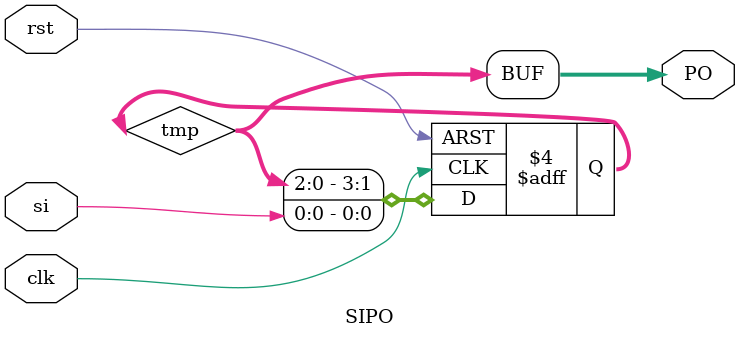
<source format=v>
`timescale 1ns / 1ps
module SIPO(input si, clk, rst, output [3:0]PO);
reg [3:0] tmp;

always @(posedge clk, posedge rst)
	begin
		if(rst == 1'b1) begin
			tmp<=4'b0000;
		end else begin 
			tmp<=tmp<<1'b1;
			tmp[0]<=si;
		end
	end
assign PO = tmp;
endmodule

</source>
